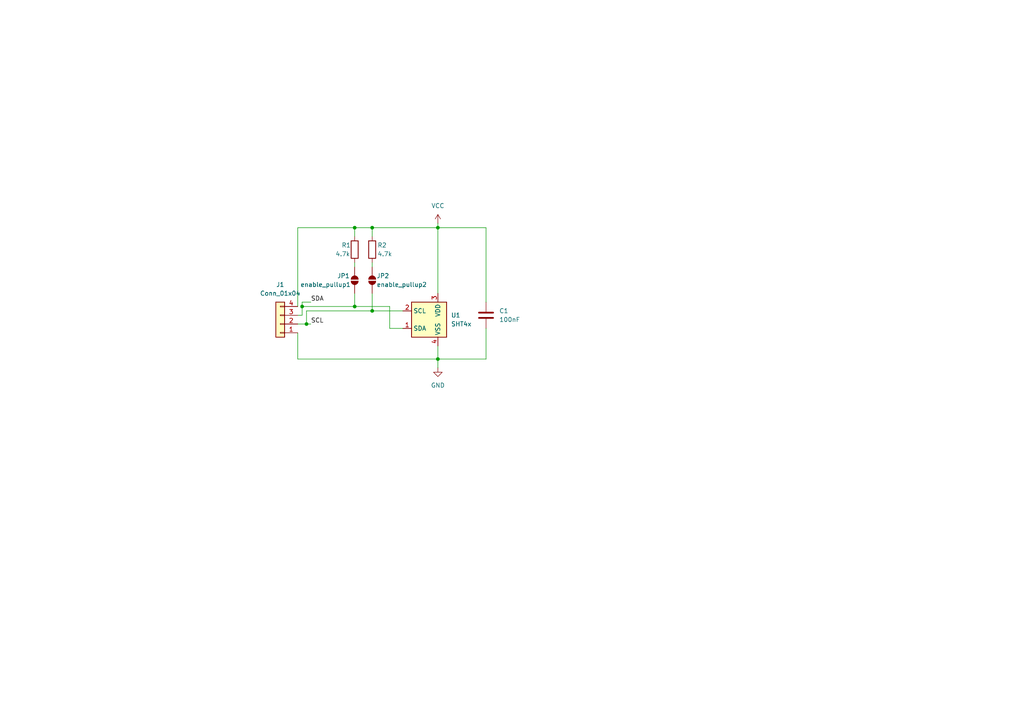
<source format=kicad_sch>
(kicad_sch (version 20231120) (generator "eeschema") (generator_version "8.0")
  (paper "A4")
  (lib_symbols
    (symbol "Connector_Generic:Conn_01x04" (pin_names (offset 1.016) hide)
      (property "Reference" "J" (at 0 5.08 0))
      (property "Value" "Conn_01x04" (at 0 -7.62 0))
      (symbol "Conn_01x04_1_1"
        (rectangle (start -1.27 -4.953) (end 0 -5.207) (stroke (width 0.1524)))
        (rectangle (start -1.27 -2.413) (end 0 -2.667) (stroke (width 0.1524)))
        (rectangle (start -1.27 0.127) (end 0 -0.127) (stroke (width 0.1524)))
        (rectangle (start -1.27 2.667) (end 0 2.413) (stroke (width 0.1524)))
        (rectangle (start -1.27 3.81) (end 1.27 -6.35) (stroke (width 0.254)) (fill (type background)))
        (pin passive line (at -5.08 2.54 0) (length 3.81) (name "Pin_1") (number "1"))
        (pin passive line (at -5.08 0 0) (length 3.81) (name "Pin_2") (number "2"))
        (pin passive line (at -5.08 -2.54 0) (length 3.81) (name "Pin_3") (number "3"))
        (pin passive line (at -5.08 -5.08 0) (length 3.81) (name "Pin_4") (number "4"))
      )
    )
    (symbol "Device:C" (pin_numbers hide) (pin_names (offset 0.254))
      (property "Reference" "C" (at 0.635 2.54 0))
      (property "Value" "C" (at 0.635 -2.54 0))
      (symbol "C_0_1"
        (polyline (pts (xy -2.032 -0.762) (xy 2.032 -0.762)) (stroke (width 0.508)))
        (polyline (pts (xy -2.032 0.762) (xy 2.032 0.762)) (stroke (width 0.508)))
      )
      (symbol "C_1_1"
        (pin passive line (at 0 3.81 270) (length 2.794) (name "~") (number "1"))
        (pin passive line (at 0 -3.81 90) (length 2.794) (name "~") (number "2"))
      )
    )
    (symbol "Device:R" (pin_numbers hide) (pin_names (offset 0))
      (property "Reference" "R" (at 2.032 0 90))
      (property "Value" "R" (at 0 0 90))
      (symbol "R_0_1"
        (rectangle (start -1.016 -2.54) (end 1.016 2.54) (stroke (width 0.254)))
      )
      (symbol "R_1_1"
        (pin passive line (at 0 3.81 270) (length 1.27) (name "~") (number "1"))
        (pin passive line (at 0 -3.81 90) (length 1.27) (name "~") (number "2"))
      )
    )
    (symbol "Jumper:SolderJumper_2_Open" (pin_numbers hide) (pin_names (offset 0) hide) (exclude_from_sim yes) (in_bom no)
      (property "Reference" "JP" (at 0 2.032 0))
      (property "Value" "SolderJumper_2_Open" (at 0 -2.54 0))
      (symbol "SolderJumper_2_Open_0_1"
        (arc (start -0.254 1.016) (mid -1.2656 0) (end -0.254 -1.016))
        (arc (start -0.254 1.016) (mid -1.2656 0) (end -0.254 -1.016) (fill (type outline)))
        (polyline (pts (xy -0.254 1.016) (xy -0.254 -1.016)))
        (polyline (pts (xy 0.254 1.016) (xy 0.254 -1.016)))
        (arc (start 0.254 -1.016) (mid 1.2656 0) (end 0.254 1.016))
        (arc (start 0.254 -1.016) (mid 1.2656 0) (end 0.254 1.016) (fill (type outline)))
      )
      (symbol "SolderJumper_2_Open_1_1"
        (pin passive line (at -3.81 0 0) (length 2.54) (name "A") (number "1"))
        (pin passive line (at 3.81 0 180) (length 2.54) (name "B") (number "2"))
      )
    )
    (symbol "Sensor_Humidity:SHT4x"
      (property "Reference" "U" (at 0 8.89 0))
      (property "Value" "SHT4x" (at 0 6.35 0))
      (symbol "SHT4x_1_1"
        (rectangle (start -5.08 5.08) (end 5.08 -5.08) (stroke (width 0.254)) (fill (type background)))
        (pin bidirectional line (at -7.62 -2.54 0) (length 2.54) (name "SDA") (number "1"))
        (pin input line (at -7.62 2.54 0) (length 2.54) (name "SCL") (number "2"))
        (pin power_in line (at 2.54 7.62 270) (length 2.54) (name "VDD") (number "3"))
        (pin power_in line (at 2.54 -7.62 90) (length 2.54) (name "VSS") (number "4"))
      )
    )
    (symbol "power:GND" (power) (pin_numbers hide) (pin_names (offset 0) hide)
      (property "Value" "GND" (at 0 -3.81 0))
      (symbol "GND_0_1"
        (polyline (pts (xy 0 0) (xy 0 -1.27) (xy 1.27 -1.27) (xy 0 -2.54) (xy -1.27 -1.27) (xy 0 -1.27)))
      )
      (symbol "GND_1_1"
        (pin power_in line (at 0 0 270) (length 0) (name "~") (number "1"))
      )
    )
    (symbol "power:VCC" (power) (pin_numbers hide) (pin_names (offset 0) hide)
      (property "Value" "VCC" (at 0 3.556 0))
      (symbol "VCC_0_1"
        (polyline (pts (xy -0.762 1.27) (xy 0 2.54)))
        (polyline (pts (xy 0 0) (xy 0 2.54)))
        (polyline (pts (xy 0 2.54) (xy 0.762 1.27)))
      )
      (symbol "VCC_1_1"
        (pin power_in line (at 0 0 90) (length 0) (name "~") (number "1"))
      )
    )
  )
  (junction (at 127 66.04))
  (junction (at 87.63 88.9))
  (junction (at 102.87 88.9))
  (junction (at 107.95 66.04))
  (junction (at 88.9 93.98))
  (junction (at 102.87 66.04))
  (junction (at 127 104.14))
  (junction (at 107.95 90.17))
  (wire (pts (xy 102.87 66.04) (xy 107.95 66.04)))
  (wire (pts (xy 87.63 87.63) (xy 90.17 87.63)))
  (wire (pts (xy 140.97 66.04) (xy 127 66.04)))
  (wire (pts (xy 113.03 88.9) (xy 113.03 95.25)))
  (wire (pts (xy 87.63 88.9) (xy 102.87 88.9)))
  (wire (pts (xy 87.63 91.44) (xy 87.63 88.9)))
  (wire (pts (xy 86.36 93.98) (xy 88.9 93.98)))
  (wire (pts (xy 107.95 66.04) (xy 127 66.04)))
  (wire (pts (xy 102.87 85.09) (xy 102.87 88.9)))
  (wire (pts (xy 86.36 91.44) (xy 87.63 91.44)))
  (wire (pts (xy 88.9 93.98) (xy 88.9 90.17)))
  (wire (pts (xy 127 66.04) (xy 127 85.09)))
  (wire (pts (xy 86.36 104.14) (xy 127 104.14)))
  (wire (pts (xy 87.63 88.9) (xy 87.63 87.63)))
  (wire (pts (xy 127 64.77) (xy 127 66.04)))
  (wire (pts (xy 102.87 76.2) (xy 102.87 77.47)))
  (wire (pts (xy 107.95 90.17) (xy 116.84 90.17)))
  (wire (pts (xy 86.36 66.04) (xy 102.87 66.04)))
  (wire (pts (xy 140.97 95.25) (xy 140.97 104.14)))
  (wire (pts (xy 86.36 96.52) (xy 86.36 104.14)))
  (wire (pts (xy 86.36 88.9) (xy 86.36 66.04)))
  (wire (pts (xy 107.95 76.2) (xy 107.95 77.47)))
  (wire (pts (xy 127 104.14) (xy 127 106.68)))
  (wire (pts (xy 140.97 104.14) (xy 127 104.14)))
  (wire (pts (xy 88.9 93.98) (xy 90.17 93.98)))
  (wire (pts (xy 107.95 85.09) (xy 107.95 90.17)))
  (wire (pts (xy 102.87 88.9) (xy 113.03 88.9)))
  (wire (pts (xy 140.97 87.63) (xy 140.97 66.04)))
  (wire (pts (xy 88.9 90.17) (xy 107.95 90.17)))
  (wire (pts (xy 107.95 66.04) (xy 107.95 68.58)))
  (wire (pts (xy 127 104.14) (xy 127 100.33)))
  (wire (pts (xy 102.87 66.04) (xy 102.87 68.58)))
  (wire (pts (xy 113.03 95.25) (xy 116.84 95.25)))
  (label "SCL" (at 90.17 93.98 0))
  (label "SDA" (at 90.17 87.63 0))
  (symbol (lib_id "Sensor_Humidity:SHT4x") (at 124.46 92.71 0) (unit 1)
    (property "Reference" "U1" (at 130.81 91.4399 0) (effects (justify left)))
    (property "Value" "SHT4x" (at 130.81 93.9799 0) (effects (justify left)))
    (property "Footprint" "Sensor_Humidity:Sensirion_DFN-4_1.5x1.5mm_P0.8mm_SHT4x_NoCentralPad" (effects (hide yes)))
    (property "Datasheet" "https://sensirion.com/media/documents/33FD6951/624C4357/Datasheet_SHT4x.pdf" (effects (hide yes)))
    (property "Description" "Digital Humidity and Temperature Sensor, +/-1%RH, +/-0.1degC, I2C, 1.08-3.6V, 16bit, DFN-4" (effects (hide yes)))
  )
  (symbol (lib_id "Device:C") (at 140.97 91.44 0) (unit 1)
    (property "Reference" "C1" (at 144.78 90.1699 0) (effects (justify left)))
    (property "Value" "100nF" (at 144.78 92.7099 0) (effects (justify left)))
    (property "Footprint" "Capacitor_SMD:C_0402_1005Metric" (effects (hide yes)))
    (property "Description" "Unpolarized capacitor" (effects (hide yes)))
  )
  (symbol (lib_id "Device:R") (at 107.95 72.39 0) (unit 1)
    (property "Reference" "R2" (at 109.474 71.12 0) (effects (justify left)))
    (property "Value" "4.7k" (at 109.474 73.66 0) (effects (justify left)))
    (property "Footprint" "foxisfrickellibrary:R_0402_modsilkscreen" (effects (hide yes)))
    (property "Description" "Resistor" (effects (hide yes)))
  )
  (symbol (lib_id "power:GND") (at 127 106.68 0) (unit 1)
    (property "Reference" "#PWR01" (effects (hide yes)))
    (property "Value" "GND" (at 127 111.76 0))
    (property "Description" "Power symbol creates a global label with name \"GND\" , ground" (effects (hide yes)))
  )
  (symbol (lib_id "Jumper:SolderJumper_2_Open") (at 102.87 81.28 90) (unit 1) (exclude_from_sim yes) (in_bom no)
    (property "Reference" "JP1" (at 97.79 80.01 90) (effects (justify right)))
    (property "Value" "enable_pullup1" (at 87.122 82.55 90) (effects (justify right)))
    (property "Footprint" "Jumper:SolderJumper-2_P1.3mm_Open_TrianglePad1.0x1.5mm" (effects (hide yes)))
    (property "Description" "Solder Jumper, 2-pole, open" (effects (hide yes)))
  )
  (symbol (lib_id "Connector_Generic:Conn_01x04") (at 81.28 93.98 180) (unit 1)
    (property "Reference" "J1" (at 81.28 82.55 0))
    (property "Value" "Conn_01x04" (at 81.28 85.09 0))
    (property "Footprint" "Connector_PinHeader_2.54mm:PinHeader_1x04_P2.54mm_Vertical" (effects (hide yes)))
    (property "Description" "Generic connector, single row, 01x04, script generated (kicad-library-utils/schlib/autogen/connector/)" (effects (hide yes)))
  )
  (symbol (lib_id "Jumper:SolderJumper_2_Open") (at 107.95 81.28 90) (unit 1) (exclude_from_sim yes) (in_bom no)
    (property "Reference" "JP2" (at 109.22 80.01 90) (effects (justify right)))
    (property "Value" "enable_pullup2" (at 109.22 82.55 90) (effects (justify right)))
    (property "Footprint" "Jumper:SolderJumper-2_P1.3mm_Open_TrianglePad1.0x1.5mm" (effects (hide yes)))
    (property "Description" "Solder Jumper, 2-pole, open" (effects (hide yes)))
  )
  (symbol (lib_id "Device:R") (at 102.87 72.39 0) (unit 1)
    (property "Reference" "R1" (at 99.06 71.12 0) (effects (justify left)))
    (property "Value" "4.7k" (at 97.282 73.66 0) (effects (justify left)))
    (property "Footprint" "foxisfrickellibrary:R_0402_modsilkscreen" (effects (hide yes)))
    (property "Description" "Resistor" (effects (hide yes)))
  )
  (symbol (lib_id "power:VCC") (at 127 64.77 0) (unit 1)
    (property "Reference" "#PWR02" (effects (hide yes)))
    (property "Value" "VCC" (at 127 59.69 0))
    (property "Description" "Power symbol creates a global label with name \"VCC\"" (effects (hide yes)))
  )
)
</source>
